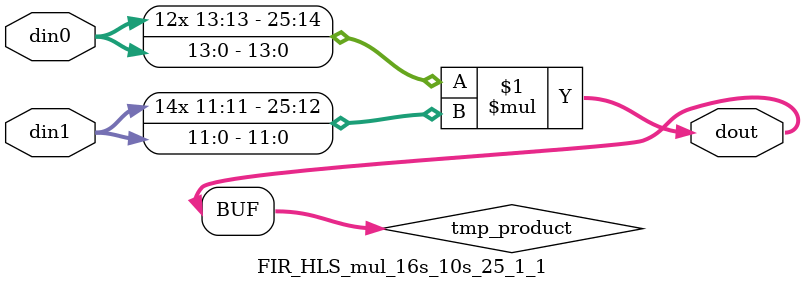
<source format=v>

`timescale 1 ns / 1 ps

 module FIR_HLS_mul_16s_10s_25_1_1(din0, din1, dout);
parameter ID = 1;
parameter NUM_STAGE = 0;
parameter din0_WIDTH = 14;
parameter din1_WIDTH = 12;
parameter dout_WIDTH = 26;

input [din0_WIDTH - 1 : 0] din0; 
input [din1_WIDTH - 1 : 0] din1; 
output [dout_WIDTH - 1 : 0] dout;

wire signed [dout_WIDTH - 1 : 0] tmp_product;



























assign tmp_product = $signed(din0) * $signed(din1);








assign dout = tmp_product;





















endmodule

</source>
